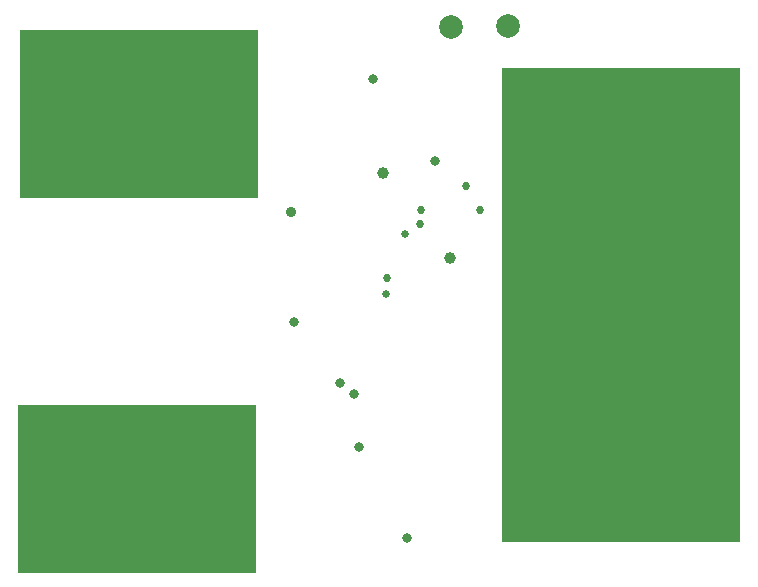
<source format=gbs>
G04*
G04 #@! TF.GenerationSoftware,Altium Limited,Altium Designer,24.9.1 (31)*
G04*
G04 Layer_Color=16711935*
%FSLAX44Y44*%
%MOMM*%
G71*
G04*
G04 #@! TF.SameCoordinates,8590F6A5-7837-48F7-9A02-AE0D2931B4B9*
G04*
G04*
G04 #@! TF.FilePolarity,Negative*
G04*
G01*
G75*
%ADD37R,20.2032X14.2032*%
%ADD38R,20.2032X40.2032*%
%ADD40C,1.0032*%
%ADD41C,0.8132*%
%ADD42C,2.0032*%
%ADD43C,0.6892*%
%ADD44C,0.8032*%
%ADD45C,0.9032*%
%ADD46C,0.6532*%
D37*
X615320Y977900D02*
D03*
X613790Y660020D02*
D03*
D38*
X1023490Y815590D02*
D03*
D40*
X878840Y855472D02*
D03*
X821690Y927862D02*
D03*
D41*
X841883Y618617D02*
D03*
X801751Y696087D02*
D03*
X813054Y1007110D02*
D03*
X865886Y937514D02*
D03*
D42*
X878927Y1051457D02*
D03*
X927354Y1052068D02*
D03*
D43*
X904240Y896366D02*
D03*
X853440Y884174D02*
D03*
X891794Y916940D02*
D03*
X825500Y838708D02*
D03*
X853694Y896620D02*
D03*
D44*
X797560Y740410D02*
D03*
X785622Y750062D02*
D03*
X745998Y801878D02*
D03*
D45*
X744220Y894842D02*
D03*
D46*
X823976Y824992D02*
D03*
X840645Y875697D02*
D03*
M02*

</source>
